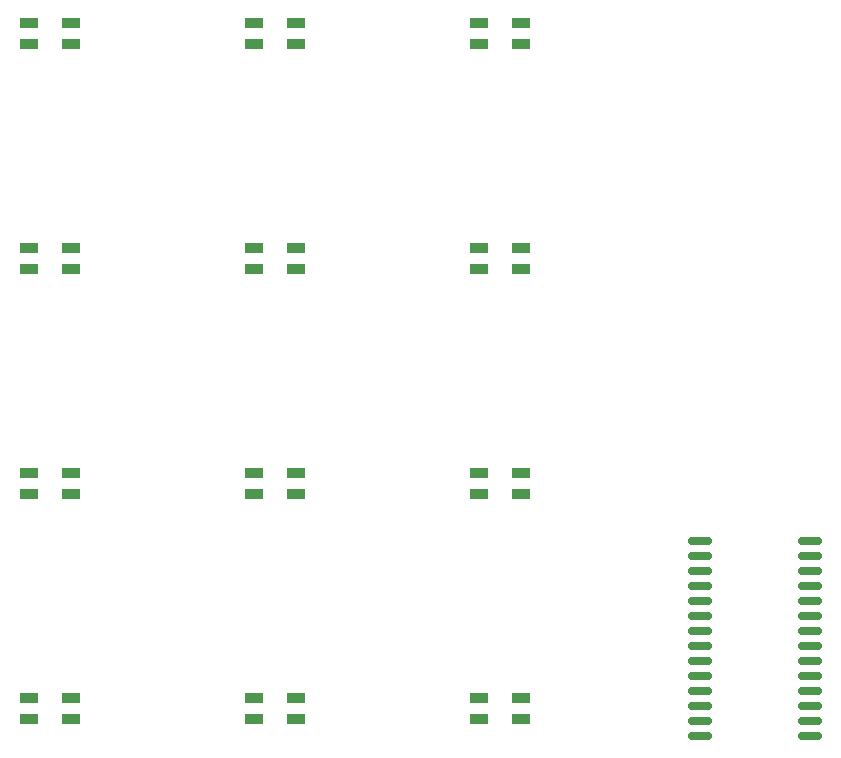
<source format=gbr>
%TF.GenerationSoftware,KiCad,Pcbnew,8.0.8*%
%TF.CreationDate,2025-02-19T23:36:16+01:00*%
%TF.ProjectId,Hackpad2.0,4861636b-7061-4643-922e-302e6b696361,rev?*%
%TF.SameCoordinates,Original*%
%TF.FileFunction,Paste,Bot*%
%TF.FilePolarity,Positive*%
%FSLAX46Y46*%
G04 Gerber Fmt 4.6, Leading zero omitted, Abs format (unit mm)*
G04 Created by KiCad (PCBNEW 8.0.8) date 2025-02-19 23:36:16*
%MOMM*%
%LPD*%
G01*
G04 APERTURE LIST*
G04 Aperture macros list*
%AMRoundRect*
0 Rectangle with rounded corners*
0 $1 Rounding radius*
0 $2 $3 $4 $5 $6 $7 $8 $9 X,Y pos of 4 corners*
0 Add a 4 corners polygon primitive as box body*
4,1,4,$2,$3,$4,$5,$6,$7,$8,$9,$2,$3,0*
0 Add four circle primitives for the rounded corners*
1,1,$1+$1,$2,$3*
1,1,$1+$1,$4,$5*
1,1,$1+$1,$6,$7*
1,1,$1+$1,$8,$9*
0 Add four rect primitives between the rounded corners*
20,1,$1+$1,$2,$3,$4,$5,0*
20,1,$1+$1,$4,$5,$6,$7,0*
20,1,$1+$1,$6,$7,$8,$9,0*
20,1,$1+$1,$8,$9,$2,$3,0*%
G04 Aperture macros list end*
%ADD10R,1.600000X0.850000*%
%ADD11RoundRect,0.150000X0.875000X0.150000X-0.875000X0.150000X-0.875000X-0.150000X0.875000X-0.150000X0*%
G04 APERTURE END LIST*
D10*
%TO.C,D2*%
X158912500Y-82468750D03*
X158912500Y-84218750D03*
X155412500Y-84218750D03*
X155412500Y-82468750D03*
%TD*%
D11*
%TO.C,U2*%
X183356250Y-107315000D03*
X183356250Y-108585000D03*
X183356250Y-109855000D03*
X183356250Y-111125000D03*
X183356250Y-112395000D03*
X183356250Y-113665000D03*
X183356250Y-114935000D03*
X183356250Y-116205000D03*
X183356250Y-117475000D03*
X183356250Y-118745000D03*
X183356250Y-120015000D03*
X183356250Y-121285000D03*
X183356250Y-122555000D03*
X183356250Y-123825000D03*
X174056250Y-123825000D03*
X174056250Y-122555000D03*
X174056250Y-121285000D03*
X174056250Y-120015000D03*
X174056250Y-118745000D03*
X174056250Y-117475000D03*
X174056250Y-116205000D03*
X174056250Y-114935000D03*
X174056250Y-113665000D03*
X174056250Y-112395000D03*
X174056250Y-111125000D03*
X174056250Y-109855000D03*
X174056250Y-108585000D03*
X174056250Y-107315000D03*
%TD*%
D10*
%TO.C,D4*%
X120812500Y-82468750D03*
X120812500Y-84218750D03*
X117312500Y-84218750D03*
X117312500Y-82468750D03*
%TD*%
%TO.C,D14*%
X139862500Y-101518750D03*
X139862500Y-103268750D03*
X136362500Y-103268750D03*
X136362500Y-101518750D03*
%TD*%
%TO.C,D1*%
X120812500Y-101518750D03*
X120812500Y-103268750D03*
X117312500Y-103268750D03*
X117312500Y-101518750D03*
%TD*%
%TO.C,D10*%
X158912500Y-120568750D03*
X158912500Y-122318750D03*
X155412500Y-122318750D03*
X155412500Y-120568750D03*
%TD*%
%TO.C,D13*%
X158912500Y-101518750D03*
X158912500Y-103268750D03*
X155412500Y-103268750D03*
X155412500Y-101518750D03*
%TD*%
%TO.C,D11*%
X139862500Y-120568750D03*
X139862500Y-122318750D03*
X136362500Y-122318750D03*
X136362500Y-120568750D03*
%TD*%
%TO.C,D6*%
X139862500Y-63418750D03*
X139862500Y-65168750D03*
X136362500Y-65168750D03*
X136362500Y-63418750D03*
%TD*%
%TO.C,D5*%
X120812500Y-63418750D03*
X120812500Y-65168750D03*
X117312500Y-65168750D03*
X117312500Y-63418750D03*
%TD*%
%TO.C,D7*%
X158912500Y-63418750D03*
X158912500Y-65168750D03*
X155412500Y-65168750D03*
X155412500Y-63418750D03*
%TD*%
%TO.C,D3*%
X139862500Y-82468750D03*
X139862500Y-84218750D03*
X136362500Y-84218750D03*
X136362500Y-82468750D03*
%TD*%
%TO.C,D12*%
X120812500Y-120568750D03*
X120812500Y-122318750D03*
X117312500Y-122318750D03*
X117312500Y-120568750D03*
%TD*%
M02*

</source>
